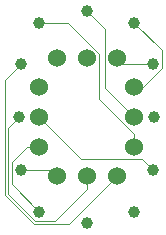
<source format=gbr>
%TF.GenerationSoftware,KiCad,Pcbnew,7.0.0*%
%TF.CreationDate,2023-08-23T15:41:44+08:00*%
%TF.ProjectId,IN-12,494e2d31-322e-46b6-9963-61645f706362,rev?*%
%TF.SameCoordinates,Original*%
%TF.FileFunction,Copper,L1,Top*%
%TF.FilePolarity,Positive*%
%FSLAX46Y46*%
G04 Gerber Fmt 4.6, Leading zero omitted, Abs format (unit mm)*
G04 Created by KiCad (PCBNEW 7.0.0) date 2023-08-23 15:41:44*
%MOMM*%
%LPD*%
G01*
G04 APERTURE LIST*
%TA.AperFunction,ComponentPad*%
%ADD10C,1.524000*%
%TD*%
%TA.AperFunction,ComponentPad*%
%ADD11C,1.000000*%
%TD*%
%TA.AperFunction,Conductor*%
%ADD12C,0.100000*%
%TD*%
G04 APERTURE END LIST*
D10*
%TO.P,J1,0,0*%
%TO.N,P0*%
X143320000Y-99496000D03*
%TO.P,J1,1,1*%
%TO.N,P1*%
X143320000Y-102036000D03*
%TO.P,J1,2,2*%
%TO.N,P2*%
X144780000Y-104496000D03*
%TO.P,J1,3,3*%
%TO.N,P3*%
X147320000Y-104496000D03*
%TO.P,J1,4,4*%
%TO.N,P4*%
X149860000Y-104496000D03*
%TO.P,J1,5,5*%
%TO.N,P5*%
X151320000Y-102036000D03*
%TO.P,J1,6,6*%
%TO.N,P6*%
X151320000Y-99496000D03*
%TO.P,J1,7,7*%
%TO.N,P7*%
X151320000Y-96956000D03*
%TO.P,J1,8,8*%
%TO.N,P8*%
X149860000Y-94496000D03*
%TO.P,J1,9,9*%
%TO.N,P9*%
X147320000Y-94496000D03*
%TO.P,J1,10,10*%
%TO.N,unconnected-(J1-Pad10)*%
X144780000Y-94496000D03*
%TO.P,J1,A,A*%
%TO.N,PA*%
X143320000Y-96956000D03*
%TD*%
D11*
%TO.P,NX1,0,0*%
%TO.N,P0*%
X152920000Y-103996000D03*
%TO.P,NX1,1,1*%
%TO.N,P1*%
X143320000Y-107496000D03*
%TO.P,NX1,2,2*%
%TO.N,P2*%
X141720000Y-103996000D03*
%TO.P,NX1,3,3*%
%TO.N,P3*%
X141620000Y-99496000D03*
%TO.P,NX1,4,4*%
%TO.N,P4*%
X141720000Y-94996000D03*
%TO.P,NX1,5,5*%
%TO.N,P5*%
X143320000Y-91496000D03*
%TO.P,NX1,6,6*%
%TO.N,P6*%
X147320000Y-90496000D03*
%TO.P,NX1,7,7*%
%TO.N,P7*%
X151320000Y-91496000D03*
%TO.P,NX1,8,8*%
%TO.N,P8*%
X152920000Y-94996000D03*
%TO.P,NX1,9,9*%
%TO.N,P9*%
X153020000Y-99496000D03*
%TO.P,NX1,A,A*%
%TO.N,PA*%
X151320000Y-107496000D03*
%TO.P,NX1,DP*%
%TO.N,N/C*%
X147320000Y-108496000D03*
%TD*%
D12*
%TO.N,P0*%
X151972000Y-103048000D02*
X152920000Y-103996000D01*
X143320000Y-99496000D02*
X146872000Y-103048000D01*
X146872000Y-103048000D02*
X151972000Y-103048000D01*
%TO.N,P1*%
X143320000Y-102036000D02*
X142242370Y-102036000D01*
X142242370Y-102036000D02*
X140970000Y-103308370D01*
X140970000Y-105146000D02*
X143320000Y-107496000D01*
X140970000Y-103308370D02*
X140970000Y-105146000D01*
%TO.N,P2*%
X141720000Y-103996000D02*
X144280000Y-103996000D01*
X144280000Y-103996000D02*
X144780000Y-104496000D01*
%TO.N,P3*%
X144647630Y-108246000D02*
X142942400Y-108246000D01*
X140665200Y-100450800D02*
X141620000Y-99496000D01*
X147320000Y-105573630D02*
X144647630Y-108246000D01*
X142942400Y-108246000D02*
X140665200Y-105968800D01*
X140665200Y-105968800D02*
X140665200Y-100450800D01*
X147320000Y-104496000D02*
X147320000Y-105573630D01*
%TO.N,P4*%
X140365200Y-96350800D02*
X141720000Y-94996000D01*
X140365200Y-106093064D02*
X140365200Y-96350800D01*
X145810000Y-108546000D02*
X142818136Y-108546000D01*
X142818136Y-108546000D02*
X140365200Y-106093064D01*
X149860000Y-104496000D02*
X145810000Y-108546000D01*
%TO.N,P5*%
X145751185Y-91496000D02*
X148386800Y-94131615D01*
X151320000Y-100927185D02*
X151320000Y-102036000D01*
X143320000Y-91496000D02*
X145751185Y-91496000D01*
X148386800Y-94131615D02*
X148386800Y-97993985D01*
X148386800Y-97993985D02*
X151320000Y-100927185D01*
%TO.N,P6*%
X151320000Y-99496000D02*
X148848000Y-97024000D01*
X148848000Y-97024000D02*
X148848000Y-92024000D01*
X148848000Y-92024000D02*
X147320000Y-90496000D01*
%TO.N,P7*%
X151320000Y-91496000D02*
X153670000Y-93846000D01*
X152065600Y-96956000D02*
X151320000Y-96956000D01*
X153670000Y-93846000D02*
X153670000Y-95351600D01*
X153670000Y-95351600D02*
X152065600Y-96956000D01*
%TO.N,P8*%
X152920000Y-94996000D02*
X150360000Y-94996000D01*
X150360000Y-94996000D02*
X149860000Y-94496000D01*
%TD*%
M02*

</source>
